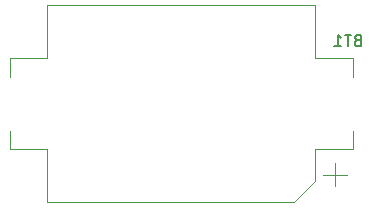
<source format=gbr>
G04 #@! TF.GenerationSoftware,KiCad,Pcbnew,(5.0.2)-1*
G04 #@! TF.CreationDate,2019-02-24T19:10:18-05:00*
G04 #@! TF.ProjectId,light_monitor,6c696768-745f-46d6-9f6e-69746f722e6b,R001*
G04 #@! TF.SameCoordinates,Original*
G04 #@! TF.FileFunction,Legend,Bot*
G04 #@! TF.FilePolarity,Positive*
%FSLAX46Y46*%
G04 Gerber Fmt 4.6, Leading zero omitted, Abs format (unit mm)*
G04 Created by KiCad (PCBNEW (5.0.2)-1) date 2/24/2019 7:10:18 PM*
%MOMM*%
%LPD*%
G01*
G04 APERTURE LIST*
%ADD10C,0.120000*%
%ADD11C,0.150000*%
G04 APERTURE END LIST*
D10*
G04 #@! TO.C,BT1*
X101989880Y-109097440D02*
X98789880Y-109097440D01*
X98789880Y-109097440D02*
X98789880Y-107547440D01*
X101989880Y-113597440D02*
X101989880Y-109097440D01*
X101989880Y-113597440D02*
X122889880Y-113597440D01*
X124689880Y-111797440D02*
X124689880Y-109097440D01*
X122889880Y-113597440D02*
X124689880Y-111797440D01*
X124689880Y-109097440D02*
X127889880Y-109097440D01*
X127889880Y-109097440D02*
X127889880Y-107547440D01*
X124689880Y-101397440D02*
X127889880Y-101397440D01*
X127889880Y-101397440D02*
X127889880Y-102947440D01*
X101989880Y-101397440D02*
X98789880Y-101397440D01*
X98789880Y-101397440D02*
X98789880Y-102947440D01*
X124689880Y-96897440D02*
X101989880Y-96897440D01*
X124689880Y-96897440D02*
X124689880Y-101397440D01*
X101989880Y-96897440D02*
X101989880Y-101397440D01*
X126339880Y-110247440D02*
X126339880Y-112247440D01*
X125339880Y-111247440D02*
X127339880Y-111247440D01*
D11*
X128250594Y-99876011D02*
X128107737Y-99923630D01*
X128060118Y-99971249D01*
X128012499Y-100066487D01*
X128012499Y-100209344D01*
X128060118Y-100304582D01*
X128107737Y-100352201D01*
X128202975Y-100399820D01*
X128583927Y-100399820D01*
X128583927Y-99399820D01*
X128250594Y-99399820D01*
X128155356Y-99447440D01*
X128107737Y-99495059D01*
X128060118Y-99590297D01*
X128060118Y-99685535D01*
X128107737Y-99780773D01*
X128155356Y-99828392D01*
X128250594Y-99876011D01*
X128583927Y-99876011D01*
X127726784Y-99399820D02*
X127155356Y-99399820D01*
X127441070Y-100399820D02*
X127441070Y-99399820D01*
X126298213Y-100399820D02*
X126869641Y-100399820D01*
X126583927Y-100399820D02*
X126583927Y-99399820D01*
X126679165Y-99542678D01*
X126774403Y-99637916D01*
X126869641Y-99685535D01*
G04 #@! TD*
M02*

</source>
